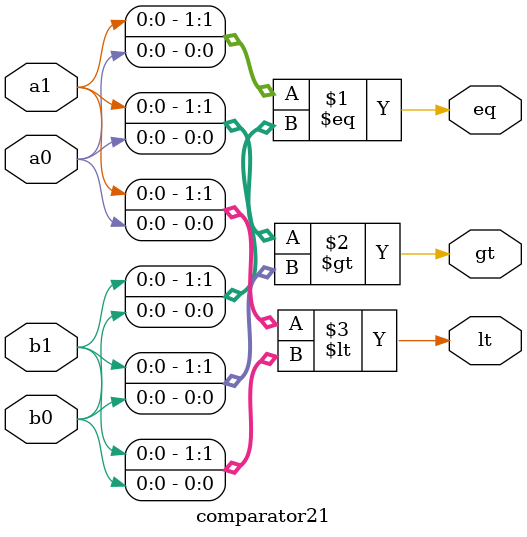
<source format=v>
module comparator21 (input a0,input a1, input b0,input b1, output eq, output gt, output lt);

    assign eq = ({a1,a0} == {b1,b0});
    assign gt = ({a1,a0} > {b1,b0});
    assign lt = ({a1,a0} < {b1,b0});

endmodule

</source>
